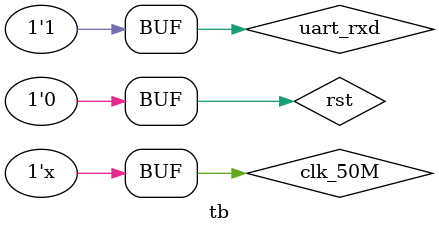
<source format=v>
`timescale 1ns / 1ns
 
module tb();
    reg                                         clk_50M             ;
    reg                                         rst                 ;
    reg                                         uart_rxd            ;
    initial
        begin
                clk_50M <= 0;
                rst <= 1;
                uart_rxd <= 1;
            #200
                rst <= 0;
            #1000
                uart_rxd <= 1'b0;//起始位
            #8680
                uart_rxd <= 1'b1;//D0
            #8680
                uart_rxd <= 1'b0;//D1
            #8680
                uart_rxd <= 1'b1;//D2
            #8680
                uart_rxd <= 1'b0;//D3
            #8680
                uart_rxd <= 1'b1;//D4
            #8680
                uart_rxd <= 1'b0;//D5
            #8680
                uart_rxd <= 1'b1;//D6
            #8680
                uart_rxd <= 1'b0;//D7
            #8680
                uart_rxd <= 1'b1;//停止位
            #8680
                uart_rxd <= 1'b1;//空闲状态
            #8680
                uart_rxd <= 1'b0;//起始位
            #8680
                uart_rxd <= 1'b1;//D0
            #8680
                uart_rxd <= 1'b1;//D1
            #8680
                uart_rxd <= 1'b0;//D2
            #8680
                uart_rxd <= 1'b0;//D3
            #8680
                uart_rxd <= 1'b0;//D4
            #8680
                uart_rxd <= 1'b0;//D5
            #8680
                uart_rxd <= 1'b1;//D6
            #8680
                uart_rxd <= 1'b0;//D7
            #8680
                uart_rxd <= 1'b1;//停止位
            #8680
                uart_rxd <= 1'b1;//空闲状态   
        end
    localparam                                  CLK_FREQ           = 50    ; //MHZ 
    always #(500/CLK_FREQ)   clk_50M = ~clk_50M;
 

uart u_uart(
    .clk                                        (clk_50M            ),
    .rst                                        (rst                ),
    .uart_rxd                                   (uart_rxd           ) 
);
     
        endmodule
</source>
